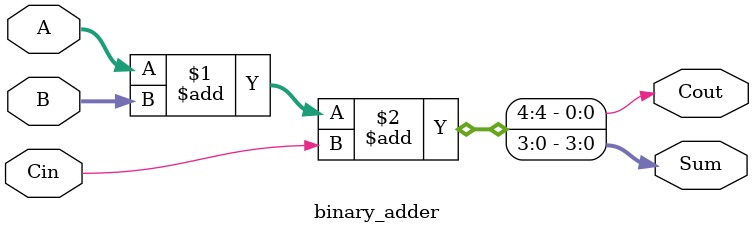
<source format=v>
module binary_adder(A, B, Cin, Sum, Cout);
    input [3:0] A, B;
    input Cin;
    output [3:0] Sum;
    output Cout;
    assign {Cout, Sum} = A + B + Cin;
endmodule
</source>
